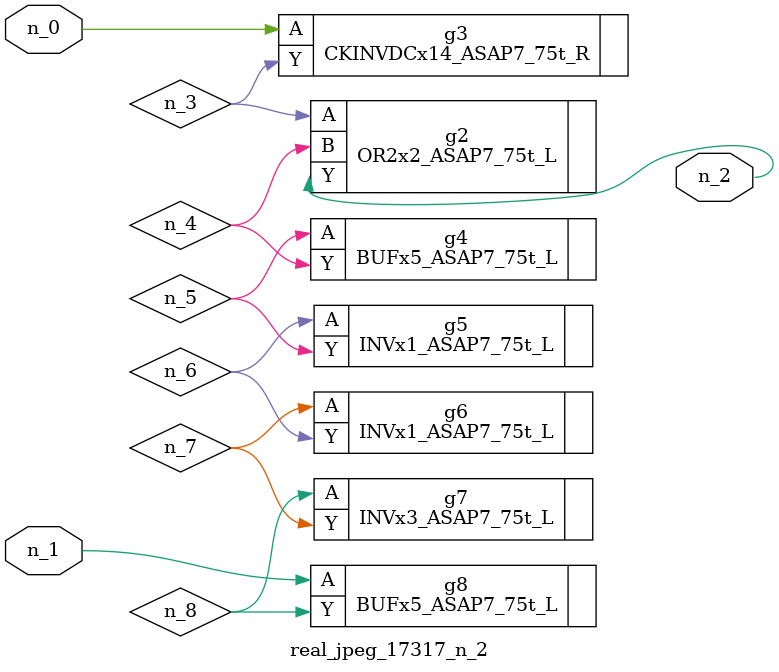
<source format=v>
module real_jpeg_17317_n_2 (n_1, n_0, n_2);

input n_1;
input n_0;

output n_2;

wire n_5;
wire n_4;
wire n_8;
wire n_6;
wire n_7;
wire n_3;

CKINVDCx14_ASAP7_75t_R g3 ( 
.A(n_0),
.Y(n_3)
);

BUFx5_ASAP7_75t_L g8 ( 
.A(n_1),
.Y(n_8)
);

OR2x2_ASAP7_75t_L g2 ( 
.A(n_3),
.B(n_4),
.Y(n_2)
);

BUFx5_ASAP7_75t_L g4 ( 
.A(n_5),
.Y(n_4)
);

INVx1_ASAP7_75t_L g5 ( 
.A(n_6),
.Y(n_5)
);

INVx1_ASAP7_75t_L g6 ( 
.A(n_7),
.Y(n_6)
);

INVx3_ASAP7_75t_L g7 ( 
.A(n_8),
.Y(n_7)
);


endmodule
</source>
